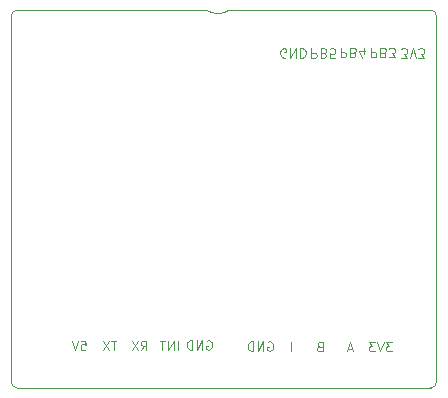
<source format=gbo>
%TF.GenerationSoftware,KiCad,Pcbnew,(6.0.0-rc1-dev-1-g01c5bdfb8)*%
%TF.CreationDate,2019-02-27T15:48:14+01:00*%
%TF.ProjectId,printer-otter,7072696E7465722D6F747465722E6B69,rev?*%
%TF.SameCoordinates,Original*%
%TF.FileFunction,Legend,Bot*%
%TF.FilePolarity,Positive*%
%FSLAX46Y46*%
G04 Gerber Fmt 4.6, Leading zero omitted, Abs format (unit mm)*
G04 Created by KiCad (PCBNEW (6.0.0-rc1-dev-1-g01c5bdfb8)) date Wed Feb 27 15:48:14 2019*
%MOMM*%
%LPD*%
G01*
G04 APERTURE LIST*
%ADD10C,0.100000*%
G04 APERTURE END LIST*
D10*
X105902380Y-128011904D02*
X106283333Y-128011904D01*
X106321428Y-128392857D01*
X106283333Y-128354761D01*
X106207142Y-128316666D01*
X106016666Y-128316666D01*
X105940476Y-128354761D01*
X105902380Y-128392857D01*
X105864285Y-128469047D01*
X105864285Y-128659523D01*
X105902380Y-128735714D01*
X105940476Y-128773809D01*
X106016666Y-128811904D01*
X106207142Y-128811904D01*
X106283333Y-128773809D01*
X106321428Y-128735714D01*
X105635714Y-128011904D02*
X105369047Y-128811904D01*
X105102380Y-128011904D01*
X108909523Y-128011904D02*
X108452380Y-128011904D01*
X108680952Y-128811904D02*
X108680952Y-128011904D01*
X108261904Y-128011904D02*
X107728571Y-128811904D01*
X107728571Y-128011904D02*
X108261904Y-128811904D01*
X110983333Y-128811904D02*
X111250000Y-128430952D01*
X111440476Y-128811904D02*
X111440476Y-128011904D01*
X111135714Y-128011904D01*
X111059523Y-128050000D01*
X111021428Y-128088095D01*
X110983333Y-128164285D01*
X110983333Y-128278571D01*
X111021428Y-128354761D01*
X111059523Y-128392857D01*
X111135714Y-128430952D01*
X111440476Y-128430952D01*
X110716666Y-128011904D02*
X110183333Y-128811904D01*
X110183333Y-128011904D02*
X110716666Y-128811904D01*
X114123809Y-128811904D02*
X114123809Y-128011904D01*
X113742857Y-128811904D02*
X113742857Y-128011904D01*
X113285714Y-128811904D01*
X113285714Y-128011904D01*
X113019047Y-128011904D02*
X112561904Y-128011904D01*
X112790476Y-128811904D02*
X112790476Y-128011904D01*
X116559523Y-128000000D02*
X116635714Y-127961904D01*
X116750000Y-127961904D01*
X116864285Y-128000000D01*
X116940476Y-128076190D01*
X116978571Y-128152380D01*
X117016666Y-128304761D01*
X117016666Y-128419047D01*
X116978571Y-128571428D01*
X116940476Y-128647619D01*
X116864285Y-128723809D01*
X116750000Y-128761904D01*
X116673809Y-128761904D01*
X116559523Y-128723809D01*
X116521428Y-128685714D01*
X116521428Y-128419047D01*
X116673809Y-128419047D01*
X116178571Y-128761904D02*
X116178571Y-127961904D01*
X115721428Y-128761904D01*
X115721428Y-127961904D01*
X115340476Y-128761904D02*
X115340476Y-127961904D01*
X115150000Y-127961904D01*
X115035714Y-128000000D01*
X114959523Y-128076190D01*
X114921428Y-128152380D01*
X114883333Y-128304761D01*
X114883333Y-128419047D01*
X114921428Y-128571428D01*
X114959523Y-128647619D01*
X115035714Y-128723809D01*
X115150000Y-128761904D01*
X115340476Y-128761904D01*
X121709523Y-128100000D02*
X121785714Y-128061904D01*
X121900000Y-128061904D01*
X122014285Y-128100000D01*
X122090476Y-128176190D01*
X122128571Y-128252380D01*
X122166666Y-128404761D01*
X122166666Y-128519047D01*
X122128571Y-128671428D01*
X122090476Y-128747619D01*
X122014285Y-128823809D01*
X121900000Y-128861904D01*
X121823809Y-128861904D01*
X121709523Y-128823809D01*
X121671428Y-128785714D01*
X121671428Y-128519047D01*
X121823809Y-128519047D01*
X121328571Y-128861904D02*
X121328571Y-128061904D01*
X120871428Y-128861904D01*
X120871428Y-128061904D01*
X120490476Y-128861904D02*
X120490476Y-128061904D01*
X120300000Y-128061904D01*
X120185714Y-128100000D01*
X120109523Y-128176190D01*
X120071428Y-128252380D01*
X120033333Y-128404761D01*
X120033333Y-128519047D01*
X120071428Y-128671428D01*
X120109523Y-128747619D01*
X120185714Y-128823809D01*
X120300000Y-128861904D01*
X120490476Y-128861904D01*
X123650000Y-128911904D02*
X123650000Y-128111904D01*
X126092857Y-128492857D02*
X125978571Y-128530952D01*
X125940476Y-128569047D01*
X125902380Y-128645238D01*
X125902380Y-128759523D01*
X125940476Y-128835714D01*
X125978571Y-128873809D01*
X126054761Y-128911904D01*
X126359523Y-128911904D01*
X126359523Y-128111904D01*
X126092857Y-128111904D01*
X126016666Y-128150000D01*
X125978571Y-128188095D01*
X125940476Y-128264285D01*
X125940476Y-128340476D01*
X125978571Y-128416666D01*
X126016666Y-128454761D01*
X126092857Y-128492857D01*
X126359523Y-128492857D01*
X128890476Y-128683333D02*
X128509523Y-128683333D01*
X128966666Y-128911904D02*
X128700000Y-128111904D01*
X128433333Y-128911904D01*
X132240476Y-128111904D02*
X131745238Y-128111904D01*
X132011904Y-128416666D01*
X131897619Y-128416666D01*
X131821428Y-128454761D01*
X131783333Y-128492857D01*
X131745238Y-128569047D01*
X131745238Y-128759523D01*
X131783333Y-128835714D01*
X131821428Y-128873809D01*
X131897619Y-128911904D01*
X132126190Y-128911904D01*
X132202380Y-128873809D01*
X132240476Y-128835714D01*
X131516666Y-128111904D02*
X131250000Y-128911904D01*
X130983333Y-128111904D01*
X130792857Y-128111904D02*
X130297619Y-128111904D01*
X130564285Y-128416666D01*
X130450000Y-128416666D01*
X130373809Y-128454761D01*
X130335714Y-128492857D01*
X130297619Y-128569047D01*
X130297619Y-128759523D01*
X130335714Y-128835714D01*
X130373809Y-128873809D01*
X130450000Y-128911904D01*
X130678571Y-128911904D01*
X130754761Y-128873809D01*
X130792857Y-128835714D01*
X123240476Y-104000000D02*
X123164285Y-104038095D01*
X123050000Y-104038095D01*
X122935714Y-104000000D01*
X122859523Y-103923809D01*
X122821428Y-103847619D01*
X122783333Y-103695238D01*
X122783333Y-103580952D01*
X122821428Y-103428571D01*
X122859523Y-103352380D01*
X122935714Y-103276190D01*
X123050000Y-103238095D01*
X123126190Y-103238095D01*
X123240476Y-103276190D01*
X123278571Y-103314285D01*
X123278571Y-103580952D01*
X123126190Y-103580952D01*
X123621428Y-103238095D02*
X123621428Y-104038095D01*
X124078571Y-103238095D01*
X124078571Y-104038095D01*
X124459523Y-103238095D02*
X124459523Y-104038095D01*
X124650000Y-104038095D01*
X124764285Y-104000000D01*
X124840476Y-103923809D01*
X124878571Y-103847619D01*
X124916666Y-103695238D01*
X124916666Y-103580952D01*
X124878571Y-103428571D01*
X124840476Y-103352380D01*
X124764285Y-103276190D01*
X124650000Y-103238095D01*
X124459523Y-103238095D01*
X125409523Y-103238095D02*
X125409523Y-104038095D01*
X125714285Y-104038095D01*
X125790476Y-104000000D01*
X125828571Y-103961904D01*
X125866666Y-103885714D01*
X125866666Y-103771428D01*
X125828571Y-103695238D01*
X125790476Y-103657142D01*
X125714285Y-103619047D01*
X125409523Y-103619047D01*
X126476190Y-103657142D02*
X126590476Y-103619047D01*
X126628571Y-103580952D01*
X126666666Y-103504761D01*
X126666666Y-103390476D01*
X126628571Y-103314285D01*
X126590476Y-103276190D01*
X126514285Y-103238095D01*
X126209523Y-103238095D01*
X126209523Y-104038095D01*
X126476190Y-104038095D01*
X126552380Y-104000000D01*
X126590476Y-103961904D01*
X126628571Y-103885714D01*
X126628571Y-103809523D01*
X126590476Y-103733333D01*
X126552380Y-103695238D01*
X126476190Y-103657142D01*
X126209523Y-103657142D01*
X127390476Y-104038095D02*
X127009523Y-104038095D01*
X126971428Y-103657142D01*
X127009523Y-103695238D01*
X127085714Y-103733333D01*
X127276190Y-103733333D01*
X127352380Y-103695238D01*
X127390476Y-103657142D01*
X127428571Y-103580952D01*
X127428571Y-103390476D01*
X127390476Y-103314285D01*
X127352380Y-103276190D01*
X127276190Y-103238095D01*
X127085714Y-103238095D01*
X127009523Y-103276190D01*
X126971428Y-103314285D01*
X127909523Y-103188095D02*
X127909523Y-103988095D01*
X128214285Y-103988095D01*
X128290476Y-103950000D01*
X128328571Y-103911904D01*
X128366666Y-103835714D01*
X128366666Y-103721428D01*
X128328571Y-103645238D01*
X128290476Y-103607142D01*
X128214285Y-103569047D01*
X127909523Y-103569047D01*
X128976190Y-103607142D02*
X129090476Y-103569047D01*
X129128571Y-103530952D01*
X129166666Y-103454761D01*
X129166666Y-103340476D01*
X129128571Y-103264285D01*
X129090476Y-103226190D01*
X129014285Y-103188095D01*
X128709523Y-103188095D01*
X128709523Y-103988095D01*
X128976190Y-103988095D01*
X129052380Y-103950000D01*
X129090476Y-103911904D01*
X129128571Y-103835714D01*
X129128571Y-103759523D01*
X129090476Y-103683333D01*
X129052380Y-103645238D01*
X128976190Y-103607142D01*
X128709523Y-103607142D01*
X129852380Y-103721428D02*
X129852380Y-103188095D01*
X129661904Y-104026190D02*
X129471428Y-103454761D01*
X129966666Y-103454761D01*
X130459523Y-103188095D02*
X130459523Y-103988095D01*
X130764285Y-103988095D01*
X130840476Y-103950000D01*
X130878571Y-103911904D01*
X130916666Y-103835714D01*
X130916666Y-103721428D01*
X130878571Y-103645238D01*
X130840476Y-103607142D01*
X130764285Y-103569047D01*
X130459523Y-103569047D01*
X131526190Y-103607142D02*
X131640476Y-103569047D01*
X131678571Y-103530952D01*
X131716666Y-103454761D01*
X131716666Y-103340476D01*
X131678571Y-103264285D01*
X131640476Y-103226190D01*
X131564285Y-103188095D01*
X131259523Y-103188095D01*
X131259523Y-103988095D01*
X131526190Y-103988095D01*
X131602380Y-103950000D01*
X131640476Y-103911904D01*
X131678571Y-103835714D01*
X131678571Y-103759523D01*
X131640476Y-103683333D01*
X131602380Y-103645238D01*
X131526190Y-103607142D01*
X131259523Y-103607142D01*
X131983333Y-103988095D02*
X132478571Y-103988095D01*
X132211904Y-103683333D01*
X132326190Y-103683333D01*
X132402380Y-103645238D01*
X132440476Y-103607142D01*
X132478571Y-103530952D01*
X132478571Y-103340476D01*
X132440476Y-103264285D01*
X132402380Y-103226190D01*
X132326190Y-103188095D01*
X132097619Y-103188095D01*
X132021428Y-103226190D01*
X131983333Y-103264285D01*
X133009523Y-104038095D02*
X133504761Y-104038095D01*
X133238095Y-103733333D01*
X133352380Y-103733333D01*
X133428571Y-103695238D01*
X133466666Y-103657142D01*
X133504761Y-103580952D01*
X133504761Y-103390476D01*
X133466666Y-103314285D01*
X133428571Y-103276190D01*
X133352380Y-103238095D01*
X133123809Y-103238095D01*
X133047619Y-103276190D01*
X133009523Y-103314285D01*
X133733333Y-104038095D02*
X134000000Y-103238095D01*
X134266666Y-104038095D01*
X134457142Y-104038095D02*
X134952380Y-104038095D01*
X134685714Y-103733333D01*
X134800000Y-103733333D01*
X134876190Y-103695238D01*
X134914285Y-103657142D01*
X134952380Y-103580952D01*
X134952380Y-103390476D01*
X134914285Y-103314285D01*
X134876190Y-103276190D01*
X134800000Y-103238095D01*
X134571428Y-103238095D01*
X134495238Y-103276190D01*
X134457142Y-103314285D01*
X100000000Y-100500000D02*
G75*
G02X100500000Y-100000000I500000J0D01*
G01*
X100500000Y-132000000D02*
G75*
G02X100000000Y-131500000I0J500000D01*
G01*
X136000000Y-131500000D02*
G75*
G02X135500000Y-132000000I-500000J0D01*
G01*
X135500000Y-100000000D02*
G75*
G02X136000000Y-100500000I0J-500000D01*
G01*
X135500000Y-100000000D02*
X118500000Y-100000000D01*
X136000000Y-131500000D02*
X136000000Y-100500000D01*
X100500000Y-132000000D02*
X135500000Y-132000000D01*
X100000000Y-100500000D02*
X100000000Y-131500000D01*
X104500000Y-100000000D02*
X100500000Y-100000000D01*
X107000000Y-100000000D02*
X104500000Y-100000000D01*
X110000000Y-100000000D02*
X112500000Y-100000000D01*
X113000000Y-100000000D02*
X112500000Y-100000000D01*
X116500000Y-100000000D02*
X116000000Y-100000000D01*
X110000000Y-100000000D02*
X107000000Y-100000000D01*
X116000000Y-100000000D02*
X113000000Y-100000000D01*
X118499999Y-99999999D02*
G75*
G02X116500000Y-100000000I-1000000J1499998D01*
G01*
M02*

</source>
